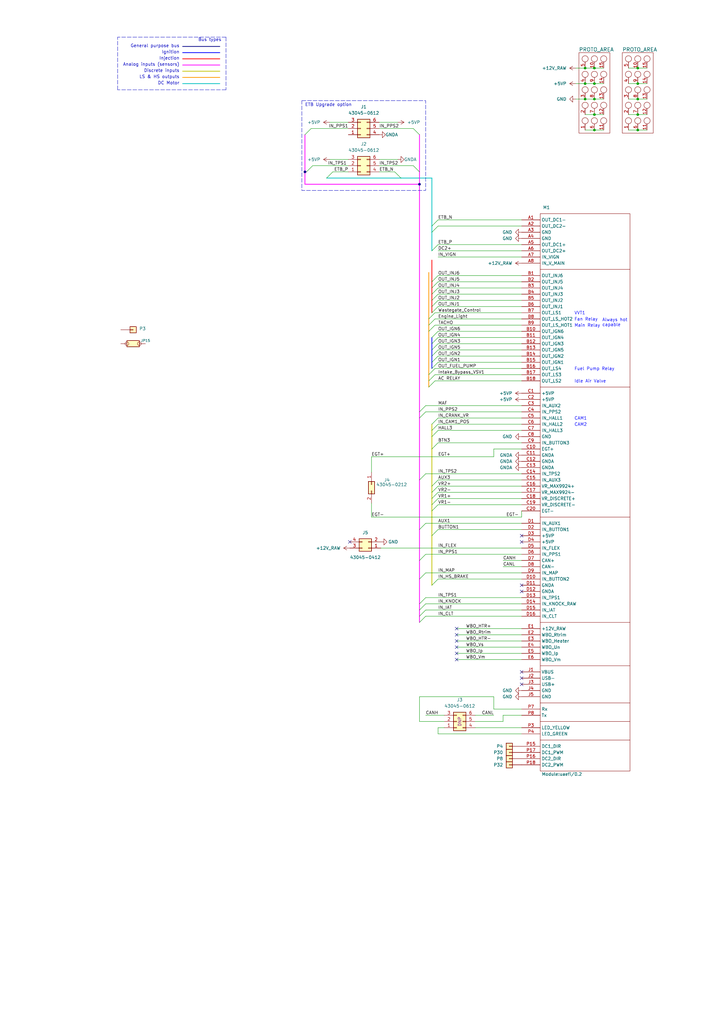
<source format=kicad_sch>
(kicad_sch (version 20230121) (generator eeschema)
  (paper "A3" portrait)
  (title_block (title "uaefi-adapter") (date "2024-03-06") (rev "a") (company "rusEFI"))
  (lib_symbols
    (symbol "Connector_Generic:Conn_02x01" (pin_names (offset 1.016) hide)
      (property "Reference" "J" (at 1.27 2.54 0))
      (property "Value" "Conn_02x01" (at 1.27 -2.54 0))
      (symbol "Conn_02x01_1_1"
        (rectangle (start -1.27 0.127) (end 0 -0.127) (stroke (width 0.1524)))
        (rectangle (start -1.27 1.27) (end 3.81 -1.27) (stroke (width 0.254)) (fill (type background)))
        (rectangle (start 3.81 0.127) (end 2.54 -0.127) (stroke (width 0.1524)))
        (pin passive line (at -5.08 0 0) (length 3.81) (name "Pin_1") (number "1"))
        (pin passive line (at 7.62 0 180) (length 3.81) (name "Pin_2") (number "2"))
      )
    )
    (symbol "Connector_Generic:Conn_02x02_Top_Bottom" (pin_names (offset 1.016) hide)
      (property "Reference" "J" (at 1.27 2.54 0))
      (property "Value" "Conn_02x02_Top_Bottom" (at 1.27 -5.08 0))
      (symbol "Conn_02x02_Top_Bottom_1_1"
        (rectangle (start -1.27 -2.413) (end 0 -2.667) (stroke (width 0.1524)))
        (rectangle (start -1.27 0.127) (end 0 -0.127) (stroke (width 0.1524)))
        (rectangle (start -1.27 1.27) (end 3.81 -3.81) (stroke (width 0.254)) (fill (type background)))
        (rectangle (start 3.81 -2.413) (end 2.54 -2.667) (stroke (width 0.1524)))
        (rectangle (start 3.81 0.127) (end 2.54 -0.127) (stroke (width 0.1524)))
        (pin passive line (at -5.08 0 0) (length 3.81) (name "Pin_1") (number "1"))
        (pin passive line (at -5.08 -2.54 0) (length 3.81) (name "Pin_2") (number "2"))
        (pin passive line (at 7.62 0 180) (length 3.81) (name "Pin_3") (number "3"))
        (pin passive line (at 7.62 -2.54 180) (length 3.81) (name "Pin_4") (number "4"))
      )
    )
    (symbol "Connector_Generic:Conn_02x03_Top_Bottom" (pin_names (offset 1.016) hide)
      (property "Reference" "J" (at 1.27 5.08 0))
      (property "Value" "Conn_02x03_Top_Bottom" (at 1.27 -5.08 0))
      (symbol "Conn_02x03_Top_Bottom_1_1"
        (rectangle (start -1.27 -2.413) (end 0 -2.667) (stroke (width 0.1524)))
        (rectangle (start -1.27 0.127) (end 0 -0.127) (stroke (width 0.1524)))
        (rectangle (start -1.27 2.667) (end 0 2.413) (stroke (width 0.1524)))
        (rectangle (start -1.27 3.81) (end 3.81 -3.81) (stroke (width 0.254)) (fill (type background)))
        (rectangle (start 3.81 -2.413) (end 2.54 -2.667) (stroke (width 0.1524)))
        (rectangle (start 3.81 0.127) (end 2.54 -0.127) (stroke (width 0.1524)))
        (rectangle (start 3.81 2.667) (end 2.54 2.413) (stroke (width 0.1524)))
        (pin passive line (at -5.08 2.54 0) (length 3.81) (name "Pin_1") (number "1"))
        (pin passive line (at -5.08 0 0) (length 3.81) (name "Pin_2") (number "2"))
        (pin passive line (at -5.08 -2.54 0) (length 3.81) (name "Pin_3") (number "3"))
        (pin passive line (at 7.62 2.54 180) (length 3.81) (name "Pin_4") (number "4"))
        (pin passive line (at 7.62 0 180) (length 3.81) (name "Pin_5") (number "5"))
        (pin passive line (at 7.62 -2.54 180) (length 3.81) (name "Pin_6") (number "6"))
      )
    )
    (symbol "hellen-one-uaefi-0.2:Module-uaefi-0.2"
      (property "Reference" "M" (at 10.16 5.08 0))
      (property "Value" "Module:uaefi/0.2" (at 16.51 -227.33 0))
      (symbol "Module-uaefi-0.2_0_1"
        (polyline (pts (xy 7.62 -213.36) (xy 44.45 -213.36)))
        (polyline (pts (xy 7.62 -205.74) (xy 44.45 -205.74)))
        (polyline (pts (xy 7.62 -198.12) (xy 44.45 -198.12)))
        (polyline (pts (xy 7.62 -182.88) (xy 44.45 -182.88)))
        (polyline (pts (xy 7.62 -165.1) (xy 44.45 -165.1)))
        (polyline (pts (xy 7.62 -121.92) (xy 44.45 -121.92)))
        (polyline (pts (xy 7.62 -68.58) (xy 44.45 -68.58)))
        (polyline (pts (xy 7.62 -20.32) (xy 44.45 -20.32)))
        (rectangle (start 7.62 2.54) (end 44.45 -226.06))
      )
      (symbol "Module-uaefi-0.2_1_0"
        (pin passive line (at 0 -106.68 0) (length 7.62) (name "IN_AUX3") (number "C15"))
        (pin passive line (at 0 -109.22 0) (length 7.62) (name "VR_MAX9924+") (number "C16"))
        (pin passive line (at 0 -111.76 0) (length 7.62) (name "VR_MAX9924-") (number "C17"))
        (pin passive line (at 0 -114.3 0) (length 7.62) (name "VR_DISCRETE+") (number "C18"))
        (pin passive line (at 0 -116.84 0) (length 7.62) (name "VR_DISCRETE-") (number "C19"))
        (pin passive line (at 0 -119.38 0) (length 7.62) (name "EGT-") (number "C20"))
        (pin passive line (at 0 -124.46 0) (length 7.62) (name "IN_AUX1") (number "D1"))
        (pin passive line (at 0 -147.32 0) (length 7.62) (name "IN_BUTTON2") (number "D10"))
        (pin passive line (at 0 -149.86 0) (length 7.62) (name "GNDA") (number "D11"))
        (pin passive line (at 0 -152.4 0) (length 7.62) (name "GNDA") (number "D12"))
        (pin passive line (at 0 -154.94 0) (length 7.62) (name "IN_TPS1") (number "D13"))
        (pin passive line (at 0 -157.48 0) (length 7.62) (name "IN_KNOCK_RAW") (number "D14"))
        (pin passive line (at 0 -160.02 0) (length 7.62) (name "IN_IAT") (number "D15"))
        (pin passive line (at 0 -162.56 0) (length 7.62) (name "IN_CLT") (number "D16"))
        (pin passive line (at 0 -127 0) (length 7.62) (name "IN_BUTTON1") (number "D2"))
        (pin passive line (at 0 -129.54 0) (length 7.62) (name "+5VP") (number "D3"))
        (pin passive line (at 0 -132.08 0) (length 7.62) (name "+5VP") (number "D4"))
        (pin passive line (at 0 -134.62 0) (length 7.62) (name "IN_FLEX") (number "D5"))
        (pin passive line (at 0 -137.16 0) (length 7.62) (name "IN_PPS1") (number "D6"))
        (pin passive line (at 0 -139.7 0) (length 7.62) (name "CAN+") (number "D7"))
        (pin passive line (at 0 -142.24 0) (length 7.62) (name "CAN-") (number "D8"))
        (pin passive line (at 0 -144.78 0) (length 7.62) (name "IN_MAP") (number "D9"))
        (pin passive line (at 0 -167.64 0) (length 7.62) (name "+12V_RAW") (number "E1"))
        (pin passive line (at 0 -170.18 0) (length 7.62) (name "WBO_Rtrim") (number "E2"))
        (pin passive line (at 0 -172.72 0) (length 7.62) (name "WBO_Heater") (number "E3"))
        (pin passive line (at 0 -175.26 0) (length 7.62) (name "WBO_Un") (number "E4"))
        (pin passive line (at 0 -177.8 0) (length 7.62) (name "WBO_Ip") (number "E5"))
        (pin passive line (at 0 -180.34 0) (length 7.62) (name "WBO_Vm") (number "E6"))
        (pin passive line (at 0 -185.42 0) (length 7.62) (name "VBUS") (number "J1"))
        (pin passive line (at 0 -187.96 0) (length 7.62) (name "USB-") (number "J2"))
        (pin passive line (at 0 -190.5 0) (length 7.62) (name "USB+") (number "J3"))
        (pin passive line (at 0 -193.04 0) (length 7.62) (name "GND") (number "J4"))
        (pin passive line (at 0 -195.58 0) (length 7.62) (name "GND") (number "J5"))
        (pin passive line (at 0 -215.9 0) (length 7.62) (name "DC1_DIR") (number "P15"))
        (pin passive line (at 0 -220.98 0) (length 7.62) (name "DC2_DIR") (number "P16"))
        (pin passive line (at 0 -218.44 0) (length 7.62) (name "DC1_PWM") (number "P17"))
        (pin passive line (at 0 -223.52 0) (length 7.62) (name "DC2_PWM") (number "P18"))
        (pin passive line (at 0 -208.28 0) (length 7.62) (name "LED_YELLOW") (number "P3"))
        (pin passive line (at 0 -210.82 0) (length 7.62) (name "LED_GREEN") (number "P4"))
        (pin passive line (at 0 -200.66 0) (length 7.62) (name "Rx") (number "P7"))
        (pin passive line (at 0 -203.2 0) (length 7.62) (name "Tx") (number "P8"))
      )
      (symbol "Module-uaefi-0.2_1_1"
        (text "Always hot\ncapable" (at 33.02 -41.91 0) (effects (font (size 1.27 1.27)) (justify left)))
        (text "CAM1" (at 21.59 -81.28 0) (effects (font (size 1.27 1.27)) (justify left)))
        (text "CAM2" (at 21.59 -83.82 0) (effects (font (size 1.27 1.27)) (justify left)))
        (text "Fan Relay" (at 21.59 -40.64 0) (effects (font (size 1.27 1.27)) (justify left)))
        (text "Fuel Pump Relay" (at 21.59 -60.96 0) (effects (font (size 1.27 1.27)) (justify left)))
        (text "Idle Air Valve" (at 21.59 -66.04 0) (effects (font (size 1.27 1.27)) (justify left)))
        (text "Main Relay" (at 21.59 -43.18 0) (effects (font (size 1.27 1.27)) (justify left)))
        (text "VVT1" (at 21.59 -38.1 0) (effects (font (size 1.27 1.27)) (justify left)))
        (pin passive line (at 0 0 0) (length 7.62) (name "OUT_DC1-") (number "A1"))
        (pin passive line (at 0 -2.54 0) (length 7.62) (name "OUT_DC2-") (number "A2"))
        (pin passive line (at 0 -5.08 0) (length 7.62) (name "GND") (number "A3"))
        (pin passive line (at 0 -7.62 0) (length 7.62) (name "GND") (number "A4"))
        (pin passive line (at 0 -10.16 0) (length 7.62) (name "OUT_DC1+") (number "A5"))
        (pin passive line (at 0 -12.7 0) (length 7.62) (name "OUT_DC2+") (number "A6"))
        (pin passive line (at 0 -15.24 0) (length 7.62) (name "IN_VIGN") (number "A7"))
        (pin passive line (at 0 -17.78 0) (length 7.62) (name "IN_V_MAIN") (number "A8"))
        (pin passive line (at 0 -22.86 0) (length 7.62) (name "OUT_INJ6") (number "B1"))
        (pin passive line (at 0 -45.72 0) (length 7.62) (name "OUT_IGN6") (number "B10"))
        (pin passive line (at 0 -48.26 0) (length 7.62) (name "OUT_IGN4") (number "B11"))
        (pin passive line (at 0 -50.8 0) (length 7.62) (name "OUT_IGN3") (number "B12"))
        (pin passive line (at 0 -53.34 0) (length 7.62) (name "OUT_IGN5") (number "B13"))
        (pin passive line (at 0 -55.88 0) (length 7.62) (name "OUT_IGN2") (number "B14"))
        (pin passive line (at 0 -58.42 0) (length 7.62) (name "OUT_IGN1") (number "B15"))
        (pin passive line (at 0 -60.96 0) (length 7.62) (name "OUT_LS4") (number "B16"))
        (pin passive line (at 0 -63.5 0) (length 7.62) (name "OUT_LS3") (number "B17"))
        (pin passive line (at 0 -66.04 0) (length 7.62) (name "OUT_LS2") (number "B18"))
        (pin passive line (at 0 -25.4 0) (length 7.62) (name "OUT_INJ5") (number "B2"))
        (pin passive line (at 0 -27.94 0) (length 7.62) (name "OUT_INJ4") (number "B3"))
        (pin passive line (at 0 -30.48 0) (length 7.62) (name "OUT_INJ3") (number "B4"))
        (pin passive line (at 0 -33.02 0) (length 7.62) (name "OUT_INJ2") (number "B5"))
        (pin passive line (at 0 -35.56 0) (length 7.62) (name "OUT_INJ1") (number "B6"))
        (pin passive line (at 0 -38.1 0) (length 7.62) (name "OUT_LS1") (number "B7"))
        (pin passive line (at 0 -40.64 0) (length 7.62) (name "OUT_LS_HOT2") (number "B8"))
        (pin passive line (at 0 -43.18 0) (length 7.62) (name "OUT_LS_HOT1") (number "B9"))
        (pin passive line (at 0 -71.12 0) (length 7.62) (name "+5VP") (number "C1"))
        (pin passive line (at 0 -93.98 0) (length 7.62) (name "EGT+") (number "C10"))
        (pin passive line (at 0 -96.52 0) (length 7.62) (name "GNDA") (number "C11"))
        (pin passive line (at 0 -99.06 0) (length 7.62) (name "GNDA") (number "C12"))
        (pin passive line (at 0 -101.6 0) (length 7.62) (name "GNDA") (number "C13"))
        (pin passive line (at 0 -104.14 0) (length 7.62) (name "IN_TPS2") (number "C14"))
        (pin passive line (at 0 -73.66 0) (length 7.62) (name "+5VP") (number "C2"))
        (pin passive line (at 0 -76.2 0) (length 7.62) (name "IN_AUX2") (number "C3"))
        (pin passive line (at 0 -78.74 0) (length 7.62) (name "IN_PPS2") (number "C4"))
        (pin passive line (at 0 -81.28 0) (length 7.62) (name "IN_HALL1") (number "C5"))
        (pin passive line (at 0 -83.82 0) (length 7.62) (name "IN_HALL2") (number "C6"))
        (pin passive line (at 0 -86.36 0) (length 7.62) (name "IN_HALL3") (number "C7"))
        (pin passive line (at 0 -88.9 0) (length 7.62) (name "GND") (number "C8"))
        (pin passive line (at 0 -91.44 0) (length 7.62) (name "IN_BUTTON3") (number "C9"))
      )
    )
    (symbol "misc:+12V_RAW" (power) (pin_names (offset 0))
      (property "Value" "+12V_RAW" (at 0 3.556 0))
      (symbol "+12V_RAW_0_1"
        (polyline (pts (xy -0.762 1.27) (xy 0 2.54)))
        (polyline (pts (xy 0 0) (xy 0 2.54)))
        (polyline (pts (xy 0 2.54) (xy 0.762 1.27)))
      )
      (symbol "+12V_RAW_1_1"
        (pin power_in line (at 0 0 90) (length 0) hide (name "+12V_RAW") (number "1"))
      )
    )
    (symbol "misc:Jumper-Pad-Pad" (pin_numbers hide) (pin_names (offset 0.762) hide)
      (property "Reference" "R" (at 0 2.54 0))
      (symbol "Jumper-Pad-Pad_0_1"
        (circle (center -2.54 0) (radius 0.762))
        (circle (center 2.54 0) (radius 0.762))
        (pin passive line (at -5.08 0 0) (length 2.54) (name "1") (number "1"))
        (pin passive line (at 5.08 0 180) (length 2.54) (name "2") (number "2"))
      )
      (symbol "Jumper-Pad-Pad_1_0"
        (rectangle (start -2.54 -1.27) (end 2.54 1.27) (stroke (width 0.254)) (fill (type background)))
      )
    )
    (symbol "misc:PROTO_AREA" (pin_names (offset 1.016))
      (property "Value" "PROTO_AREA" (at 25.4 3.81 0))
      (symbol "PROTO_AREA_0_0"
        (text "" (at 35.56 6.35 0) (effects (font (size 1.27 1.27))))
      )
      (symbol "PROTO_AREA_0_1"
        (rectangle (start 0 2.54) (end 33.02 -10.16) (stroke (width 0.1524)))
        (circle (center 5.08 -7.62) (radius 1.27) (stroke (width 0.1524)))
        (circle (center 5.08 -3.81) (radius 1.27) (stroke (width 0.1524)))
        (circle (center 5.08 0) (radius 1.27) (stroke (width 0.1524)))
        (circle (center 11.43 -7.62) (radius 1.27) (stroke (width 0.1524)))
        (circle (center 11.43 -3.81) (radius 1.27) (stroke (width 0.1524)))
        (circle (center 11.43 0) (radius 1.27) (stroke (width 0.1524)))
        (circle (center 17.78 -7.62) (radius 1.27) (stroke (width 0.1524)))
        (circle (center 17.78 -3.81) (radius 1.27) (stroke (width 0.1524)))
        (circle (center 17.78 0) (radius 1.27) (stroke (width 0.1524)))
        (circle (center 24.13 -7.62) (radius 1.27) (stroke (width 0.1524)))
        (circle (center 24.13 -3.81) (radius 1.27) (stroke (width 0.1524)))
        (circle (center 24.13 0) (radius 1.27) (stroke (width 0.1524)))
        (circle (center 30.48 -7.62) (radius 1.27) (stroke (width 0.1524)))
        (circle (center 30.48 -3.81) (radius 1.27) (stroke (width 0.1524)))
        (circle (center 30.48 0) (radius 1.27) (stroke (width 0.1524)))
      )
      (symbol "PROTO_AREA_1_1"
        (pin passive line (at 1.27 0 0) (length 2.54) (name "") (number "1"))
        (pin passive line (at 26.67 -3.81 0) (length 2.54) (name "") (number "10"))
        (pin passive line (at 1.27 -7.62 0) (length 2.54) (name "") (number "11"))
        (pin passive line (at 7.62 -7.62 0) (length 2.54) (name "") (number "12"))
        (pin passive line (at 13.97 -7.62 0) (length 2.54) (name "") (number "13"))
        (pin passive line (at 20.32 -7.62 0) (length 2.54) (name "") (number "14"))
        (pin passive line (at 26.67 -7.62 0) (length 2.54) (name "") (number "15"))
        (pin passive line (at 7.62 0 0) (length 2.54) (name "") (number "2"))
        (pin passive line (at 13.97 0 0) (length 2.54) (name "") (number "3"))
        (pin passive line (at 20.32 0 0) (length 2.54) (name "") (number "4"))
        (pin passive line (at 26.67 0 0) (length 2.54) (name "") (number "5"))
        (pin passive line (at 1.27 -3.81 0) (length 2.54) (name "") (number "6"))
        (pin passive line (at 7.62 -3.81 0) (length 2.54) (name "") (number "7"))
        (pin passive line (at 13.97 -3.81 0) (length 2.54) (name "") (number "8"))
        (pin passive line (at 20.32 -3.81 0) (length 2.54) (name "") (number "9"))
      )
    )
    (symbol "misc:Pad" (pin_numbers hide) (pin_names (offset 1.016) hide)
      (property "Reference" "P" (at 2.54 0 0))
      (symbol "Pad_1_1"
        (rectangle (start -1.27 0.127) (end 0 -0.127) (stroke (width 0.1524)))
        (rectangle (start -1.27 1.27) (end 1.27 -1.27) (stroke (width 0.254)) (fill (type background)))
        (pin passive line (at -5.08 0 0) (length 3.81) (name "Pin_1") (number "1"))
      )
    )
    (symbol "power:+5VP" (power) (pin_names (offset 0))
      (property "Value" "+5VP" (at 0 3.556 0))
      (symbol "+5VP_0_1"
        (polyline (pts (xy -0.762 1.27) (xy 0 2.54)))
        (polyline (pts (xy 0 0) (xy 0 2.54)))
        (polyline (pts (xy 0 2.54) (xy 0.762 1.27)))
      )
      (symbol "+5VP_1_1"
        (pin power_in line (at 0 0 90) (length 0) hide (name "+5VP") (number "1"))
      )
    )
    (symbol "power:GND" (power) (pin_names (offset 0))
      (property "Value" "GND" (at 0 -3.81 0))
      (symbol "GND_0_1"
        (polyline (pts (xy 0 0) (xy 0 -1.27) (xy 1.27 -1.27) (xy 0 -2.54) (xy -1.27 -1.27) (xy 0 -1.27)))
      )
      (symbol "GND_1_1"
        (pin power_in line (at 0 0 270) (length 0) hide (name "GND") (number "1"))
      )
    )
    (symbol "power:GNDA" (power) (pin_names (offset 0))
      (property "Value" "GNDA" (at 0 -3.81 0))
      (symbol "GNDA_0_1"
        (polyline (pts (xy 0 0) (xy 0 -1.27) (xy 1.27 -1.27) (xy 0 -2.54) (xy -1.27 -1.27) (xy 0 -1.27)))
      )
      (symbol "GNDA_1_1"
        (pin power_in line (at 0 0 270) (length 0) hide (name "GNDA") (number "1"))
      )
    )
  )
  (junction (at 243.84 53.34))
  (junction (at 243.84 46.99))
  (junction (at 261.62 40.64))
  (junction (at 243.84 27.94))
  (junction (at 243.84 40.64))
  (junction (at 240.03 40.64))
  (junction (at 240.03 34.29))
  (junction (at 261.62 53.34))
  (junction (at 125.095 70.485))
  (junction (at 261.62 34.29))
  (junction (at 172.085 75.565))
  (junction (at 261.62 27.94))
  (junction (at 261.62 46.99))
  (junction (at 243.84 34.29))
  (junction (at 240.03 27.94))
  (no_connect (at 213.995 278.13))
  (no_connect (at 187.325 265.43))
  (no_connect (at 213.995 275.59))
  (no_connect (at 187.325 270.51))
  (no_connect (at 187.325 267.97))
  (no_connect (at 187.325 260.35))
  (no_connect (at 213.995 242.57))
  (no_connect (at 143.51 222.25))
  (no_connect (at 213.995 280.67))
  (no_connect (at 213.995 240.03))
  (no_connect (at 187.325 262.89))
  (no_connect (at 213.995 219.71))
  (no_connect (at 213.995 222.25))
  (no_connect (at 187.325 257.81))
  (bus_entry (at 179.705 201.93) (size -2.54 2.54))
  (bus_entry (at 169.545 67.945) (size 2.54 2.54))
  (bus_entry (at 174.625 252.73) (size -2.54 2.54))
  (bus_entry (at 179.705 148.59) (size -2.54 2.54))
  (bus_entry (at 178.435 151.13) (size -2.54 2.54))
  (bus_entry (at 179.705 123.19) (size -2.54 2.54))
  (bus_entry (at 179.705 237.49) (size -2.54 2.54))
  (bus_entry (at 179.705 176.53) (size -2.54 2.54))
  (bus_entry (at 128.27 67.945) (size -2.54 2.54))
  (bus_entry (at 179.705 140.97) (size -2.54 2.54))
  (bus_entry (at 179.705 115.57) (size -2.54 2.54))
  (bus_entry (at 179.705 204.47) (size -2.54 2.54))
  (bus_entry (at 179.705 181.61) (size -2.54 2.54))
  (bus_entry (at 161.925 70.485) (size 2.54 2.54))
  (bus_entry (at 174.625 250.19) (size -2.54 2.54))
  (bus_entry (at 179.705 146.05) (size -2.54 2.54))
  (bus_entry (at 179.705 138.43) (size -2.54 2.54))
  (bus_entry (at 178.435 156.21) (size -2.54 2.54))
  (bus_entry (at 179.705 100.33) (size -2.54 2.54))
  (bus_entry (at 136.525 70.485) (size -2.54 2.54))
  (bus_entry (at 179.705 120.65) (size -2.54 2.54))
  (bus_entry (at 179.705 118.11) (size -2.54 2.54))
  (bus_entry (at 179.705 199.39) (size -2.54 2.54))
  (bus_entry (at 169.545 52.705) (size 2.54 2.54))
  (bus_entry (at 179.705 196.85) (size -2.54 2.54))
  (bus_entry (at 127.635 52.705) (size -2.54 2.54))
  (bus_entry (at 174.625 194.31) (size -2.54 2.54))
  (bus_entry (at 174.625 245.11) (size -2.54 2.54))
  (bus_entry (at 174.625 247.65) (size -2.54 2.54))
  (bus_entry (at 179.705 217.17) (size -2.54 2.54))
  (bus_entry (at 178.435 128.27) (size -2.54 2.54))
  (bus_entry (at 179.705 125.73) (size -2.54 2.54))
  (bus_entry (at 174.625 168.91) (size -2.54 2.54))
  (bus_entry (at 179.705 207.01) (size -2.54 2.54))
  (bus_entry (at 174.625 166.37) (size -2.54 2.54))
  (bus_entry (at 179.705 90.17) (size -2.54 2.54))
  (bus_entry (at 174.625 234.95) (size -2.54 2.54))
  (bus_entry (at 174.625 214.63) (size -2.54 2.54))
  (bus_entry (at 178.435 153.67) (size -2.54 2.54))
  (bus_entry (at 179.705 113.03) (size -2.54 2.54))
  (bus_entry (at 179.705 135.89) (size -2.54 2.54))
  (bus_entry (at 179.705 92.71) (size -2.54 2.54))
  (bus_entry (at 178.435 130.81) (size -2.54 2.54))
  (bus_entry (at 178.435 133.35) (size -2.54 2.54))
  (bus_entry (at 179.705 173.99) (size -2.54 2.54))
  (bus_entry (at 179.705 143.51) (size -2.54 2.54))
  (bus_entry (at 174.625 227.33) (size -2.54 2.54))
  (bus_entry (at 179.705 171.45) (size -2.54 2.54))
  (bus (pts (xy 172.085 237.49) (xy 172.085 247.65)) (stroke (width 0) (color 255 0 255 1)))
  (wire (pts (xy 179.705 92.71) (xy 213.995 92.71)))
  (wire (pts (xy 206.375 229.87) (xy 213.995 229.87)))
  (bus (pts (xy 177.165 199.39) (xy 177.165 201.93)) (stroke (width 0) (color 194 194 0 1)))
  (wire (pts (xy 257.81 27.94) (xy 261.62 27.94)))
  (bus (pts (xy 177.165 123.19) (xy 177.165 120.65)) (stroke (width 0) (color 255 0 0 1)))
  (wire (pts (xy 174.625 194.31) (xy 213.995 194.31)))
  (wire (pts (xy 142.875 70.485) (xy 136.525 70.485)))
  (wire (pts (xy 155.575 67.945) (xy 169.545 67.945)))
  (wire (pts (xy 179.705 100.33) (xy 213.995 100.33)))
  (wire (pts (xy 179.705 207.01) (xy 213.995 207.01)))
  (wire (pts (xy 243.84 27.94) (xy 247.65 27.94)))
  (wire (pts (xy 206.375 295.91) (xy 206.375 293.37)))
  (wire (pts (xy 240.03 27.94) (xy 243.84 27.94)))
  (bus (pts (xy 125.095 75.565) (xy 125.095 70.485)) (stroke (width 0) (color 255 0 255 1)))
  (wire (pts (xy 236.22 34.29) (xy 240.03 34.29)))
  (wire (pts (xy 179.705 176.53) (xy 213.995 176.53)))
  (bus (pts (xy 177.165 120.65) (xy 177.165 118.11)) (stroke (width 0) (color 255 0 0 1)))
  (wire (pts (xy 236.22 27.94) (xy 240.03 27.94)))
  (bus (pts (xy 175.895 153.67) (xy 175.895 156.21)) (stroke (width 0) (color 255 153 0 1)))
  (bus (pts (xy 125.095 75.565) (xy 172.085 75.565)) (stroke (width 0) (color 255 0 255 1)))
  (wire (pts (xy 257.81 53.34) (xy 261.62 53.34)))
  (wire (pts (xy 179.705 171.45) (xy 213.995 171.45)))
  (bus (pts (xy 177.165 173.99) (xy 177.165 176.53)) (stroke (width 0) (color 194 194 0 1)))
  (wire (pts (xy 243.84 53.34) (xy 247.65 53.34)))
  (wire (pts (xy 187.325 265.43) (xy 213.995 265.43)))
  (bus (pts (xy 177.165 179.07) (xy 177.165 184.15)) (stroke (width 0) (color 194 194 0 1)))
  (bus (pts (xy 177.165 204.47) (xy 177.165 207.01)) (stroke (width 0) (color 194 194 0 1)))
  (wire (pts (xy 156.21 224.79) (xy 213.995 224.79)))
  (wire (pts (xy 178.435 130.81) (xy 213.995 130.81)))
  (wire (pts (xy 202.565 187.325) (xy 202.565 184.15)))
  (wire (pts (xy 152.4 212.09) (xy 152.4 206.375)))
  (wire (pts (xy 179.705 204.47) (xy 213.995 204.47)))
  (wire (pts (xy 179.705 140.97) (xy 213.995 140.97)))
  (wire (pts (xy 179.705 146.05) (xy 213.995 146.05)))
  (wire (pts (xy 174.625 168.91) (xy 213.995 168.91)))
  (bus (pts (xy 177.165 140.97) (xy 177.165 143.51)) (stroke (width 0) (color 0 0 255 1)))
  (wire (pts (xy 174.625 166.37) (xy 213.995 166.37)))
  (wire (pts (xy 179.705 90.17) (xy 213.995 90.17)))
  (wire (pts (xy 240.03 34.29) (xy 243.84 34.29)))
  (wire (pts (xy 179.705 196.85) (xy 213.995 196.85)))
  (bus (pts (xy 177.165 118.11) (xy 177.165 115.57)) (stroke (width 0) (color 255 0 0 1)))
  (bus (pts (xy 172.085 250.19) (xy 172.085 252.73)) (stroke (width 0) (color 255 0 255 1)))
  (wire (pts (xy 178.435 128.27) (xy 213.995 128.27)))
  (wire (pts (xy 179.705 102.87) (xy 213.995 102.87)))
  (bus (pts (xy 177.165 128.27) (xy 177.165 125.73)) (stroke (width 0) (color 255 0 0 1)))
  (wire (pts (xy 178.435 153.67) (xy 213.995 153.67)))
  (wire (pts (xy 257.81 34.29) (xy 261.62 34.29)))
  (wire (pts (xy 213.995 300.99) (xy 179.705 300.99)))
  (bus (pts (xy 172.085 75.565) (xy 172.085 168.91)) (stroke (width 0) (color 255 0 255 1)))
  (wire (pts (xy 202.565 184.15) (xy 213.995 184.15)))
  (bus (pts (xy 172.085 171.45) (xy 172.085 196.85)) (stroke (width 0) (color 255 0 255 1)))
  (bus (pts (xy 177.165 209.55) (xy 177.165 219.71)) (stroke (width 0) (color 194 194 0 1)))
  (wire (pts (xy 172.085 295.91) (xy 182.245 295.91)))
  (wire (pts (xy 174.625 247.65) (xy 213.995 247.65)))
  (wire (pts (xy 240.03 46.99) (xy 243.84 46.99)))
  (wire (pts (xy 179.705 113.03) (xy 213.995 113.03)))
  (wire (pts (xy 163.195 50.165) (xy 155.575 50.165)))
  (bus (pts (xy 175.895 156.21) (xy 175.895 158.75)) (stroke (width 0) (color 255 153 0 1)))
  (wire (pts (xy 178.435 133.35) (xy 213.995 133.35)))
  (wire (pts (xy 179.705 181.61) (xy 213.995 181.61)))
  (bus (pts (xy 175.895 130.81) (xy 175.895 133.35)) (stroke (width 0) (color 255 153 0 1)))
  (polyline (pts (xy 48.26 36.83) (xy 48.26 15.24)) (stroke (width 0) (type dash)))
  (wire (pts (xy 194.945 298.45) (xy 213.995 298.45)))
  (wire (pts (xy 179.705 138.43) (xy 213.995 138.43)))
  (wire (pts (xy 128.27 67.945) (xy 142.875 67.945)))
  (bus (pts (xy 90.17 29.21) (xy 74.93 29.21)) (stroke (width 0.3048) (color 194 194 0 1)))
  (bus (pts (xy 177.165 176.53) (xy 177.165 179.07)) (stroke (width 0) (color 194 194 0 1)))
  (wire (pts (xy 174.625 293.37) (xy 182.245 293.37)))
  (wire (pts (xy 243.84 46.99) (xy 247.65 46.99)))
  (wire (pts (xy 174.625 250.19) (xy 213.995 250.19)))
  (bus (pts (xy 177.165 73.025) (xy 177.165 92.71)) (stroke (width 0) (color 0 194 194 1)))
  (wire (pts (xy 178.435 151.13) (xy 213.995 151.13)))
  (wire (pts (xy 261.62 53.34) (xy 265.43 53.34)))
  (bus (pts (xy 175.895 111.76) (xy 175.895 130.81)) (stroke (width 0) (color 255 153 0 1)))
  (wire (pts (xy 243.84 40.64) (xy 247.65 40.64)))
  (wire (pts (xy 187.325 267.97) (xy 213.995 267.97)))
  (wire (pts (xy 257.81 40.64) (xy 261.62 40.64)))
  (wire (pts (xy 240.03 40.64) (xy 243.84 40.64)))
  (wire (pts (xy 179.705 125.73) (xy 213.995 125.73)))
  (wire (pts (xy 206.375 232.41) (xy 213.995 232.41)))
  (wire (pts (xy 152.4 212.09) (xy 213.995 212.09)))
  (wire (pts (xy 135.255 65.405) (xy 142.875 65.405)))
  (wire (pts (xy 236.22 40.64) (xy 240.03 40.64)))
  (bus (pts (xy 172.085 168.91) (xy 172.085 171.45)) (stroke (width 0) (color 255 0 255 1)))
  (bus (pts (xy 177.165 115.57) (xy 177.165 106.68)) (stroke (width 0) (color 255 0 0 1)))
  (wire (pts (xy 152.4 187.325) (xy 152.4 193.675)))
  (wire (pts (xy 174.625 252.73) (xy 213.995 252.73)))
  (wire (pts (xy 194.945 295.91) (xy 206.375 295.91)))
  (bus (pts (xy 172.085 247.65) (xy 172.085 250.19)) (stroke (width 0) (color 255 0 255 1)))
  (wire (pts (xy 174.625 227.33) (xy 213.995 227.33)))
  (polyline (pts (xy 92.71 15.24) (xy 48.26 15.24)) (stroke (width 0) (type dash)))
  (bus (pts (xy 175.895 133.35) (xy 175.895 135.89)) (stroke (width 0) (color 255 153 0 1)))
  (bus (pts (xy 177.165 207.01) (xy 177.165 209.55)) (stroke (width 0) (color 194 194 0 1)))
  (wire (pts (xy 179.705 298.45) (xy 182.245 298.45)))
  (wire (pts (xy 213.995 212.09) (xy 213.995 209.55)))
  (bus (pts (xy 172.085 229.87) (xy 172.085 237.49)) (stroke (width 0) (color 255 0 255 1)))
  (wire (pts (xy 155.575 70.485) (xy 161.925 70.485)))
  (bus (pts (xy 177.165 125.73) (xy 177.165 123.19)) (stroke (width 0) (color 255 0 0 1)))
  (wire (pts (xy 257.81 46.99) (xy 261.62 46.99)))
  (bus (pts (xy 90.17 31.75) (xy 74.93 31.75)) (stroke (width 0.3048) (color 255 153 0 1)))
  (wire (pts (xy 135.255 50.165) (xy 142.875 50.165)))
  (polyline (pts (xy 92.71 15.24) (xy 92.71 36.83)) (stroke (width 0) (type dash)))
  (wire (pts (xy 202.565 290.83) (xy 202.565 285.75)))
  (bus (pts (xy 177.165 143.51) (xy 177.165 146.05)) (stroke (width 0) (color 0 0 255 1)))
  (wire (pts (xy 187.325 260.35) (xy 213.995 260.35)))
  (wire (pts (xy 202.565 290.83) (xy 213.995 290.83)))
  (wire (pts (xy 179.705 300.99) (xy 179.705 298.45)))
  (bus (pts (xy 177.165 95.25) (xy 177.165 102.87)) (stroke (width 0) (color 0 194 194 1)))
  (wire (pts (xy 187.325 270.51) (xy 213.995 270.51)))
  (wire (pts (xy 179.705 173.99) (xy 213.995 173.99)))
  (wire (pts (xy 179.705 118.11) (xy 213.995 118.11)))
  (wire (pts (xy 202.565 293.37) (xy 194.945 293.37)))
  (wire (pts (xy 179.705 120.65) (xy 213.995 120.65)))
  (bus (pts (xy 172.085 196.85) (xy 172.085 217.17)) (stroke (width 0) (color 255 0 255 1)))
  (wire (pts (xy 261.62 46.99) (xy 265.43 46.99)))
  (wire (pts (xy 179.705 199.39) (xy 213.995 199.39)))
  (wire (pts (xy 179.705 115.57) (xy 213.995 115.57)))
  (wire (pts (xy 179.705 237.49) (xy 213.995 237.49)))
  (bus (pts (xy 90.17 34.29) (xy 74.93 34.29)) (stroke (width 0.3048) (color 0 194 194 1)))
  (wire (pts (xy 174.625 234.95) (xy 213.995 234.95)))
  (wire (pts (xy 179.705 143.51) (xy 213.995 143.51)))
  (bus (pts (xy 172.085 75.565) (xy 172.085 70.485)) (stroke (width 0) (color 255 0 255 1)))
  (wire (pts (xy 163.195 65.405) (xy 155.575 65.405)))
  (bus (pts (xy 177.165 148.59) (xy 177.165 151.13)) (stroke (width 0) (color 0 0 255 1)))
  (wire (pts (xy 174.625 245.11) (xy 213.995 245.11)))
  (wire (pts (xy 179.705 135.89) (xy 213.995 135.89)))
  (bus (pts (xy 177.165 219.71) (xy 177.165 240.03)) (stroke (width 0) (color 194 194 0 1)))
  (bus (pts (xy 90.17 24.13) (xy 74.93 24.13)) (stroke (width 0.3048) (color 255 0 0 1)))
  (wire (pts (xy 240.03 53.34) (xy 243.84 53.34)))
  (wire (pts (xy 178.435 156.21) (xy 213.995 156.21)))
  (wire (pts (xy 142.875 52.705) (xy 127.635 52.705)))
  (wire (pts (xy 187.325 257.81) (xy 213.995 257.81)))
  (bus (pts (xy 177.165 146.05) (xy 177.165 148.59)) (stroke (width 0) (color 0 0 255 1)))
  (wire (pts (xy 202.565 285.75) (xy 172.085 285.75)))
  (wire (pts (xy 179.705 217.17) (xy 213.995 217.17)))
  (wire (pts (xy 179.705 148.59) (xy 213.995 148.59)))
  (bus (pts (xy 172.085 252.73) (xy 172.085 255.27)) (stroke (width 0) (color 255 0 255 1)))
  (polyline (pts (xy 92.71 36.83) (xy 48.26 36.83)) (stroke (width 0) (type dash)))
  (wire (pts (xy 155.575 52.705) (xy 169.545 52.705)))
  (wire (pts (xy 187.325 262.89) (xy 213.995 262.89)))
  (bus (pts (xy 90.17 21.59) (xy 74.93 21.59)) (stroke (width 0.3048) (color 0 0 255 1)))
  (bus (pts (xy 90.17 19.05) (xy 74.93 19.05)))
  (bus (pts (xy 177.165 184.15) (xy 177.165 199.39)) (stroke (width 0) (color 194 194 0 1)))
  (wire (pts (xy 174.625 214.63) (xy 213.995 214.63)))
  (bus (pts (xy 177.165 92.71) (xy 177.165 95.25)) (stroke (width 0) (color 0 194 194 1)))
  (bus (pts (xy 177.165 138.43) (xy 177.165 140.97)) (stroke (width 0) (color 0 0 255 1)))
  (bus (pts (xy 125.095 70.485) (xy 125.73 70.485)) (stroke (width 0) (color 255 0 255 1)))
  (bus (pts (xy 125.095 55.245) (xy 125.095 70.485)) (stroke (width 0) (color 255 0 255 1)))
  (bus (pts (xy 164.465 73.025) (xy 177.165 73.025)) (stroke (width 0) (color 0 194 194 1)))
  (bus (pts (xy 175.895 135.89) (xy 175.895 153.67)) (stroke (width 0) (color 255 153 0 1)))
  (wire (pts (xy 243.84 34.29) (xy 247.65 34.29)))
  (wire (pts (xy 179.705 105.41) (xy 213.995 105.41)))
  (wire (pts (xy 261.62 40.64) (xy 265.43 40.64)))
  (bus (pts (xy 90.17 26.67) (xy 74.93 26.67)) (stroke (width 0.3048) (color 255 0 255 1)))
  (bus (pts (xy 133.985 73.025) (xy 164.465 73.025)) (stroke (width 0) (color 0 194 194 1)))
  (wire (pts (xy 179.705 123.19) (xy 213.995 123.19)))
  (wire (pts (xy 261.62 34.29) (xy 265.43 34.29)))
  (wire (pts (xy 261.62 27.94) (xy 265.43 27.94)))
  (wire (pts (xy 152.4 187.325) (xy 202.565 187.325)))
  (bus (pts (xy 172.085 55.245) (xy 172.085 70.485)) (stroke (width 0) (color 255 0 255 1)))
  (wire (pts (xy 172.085 285.75) (xy 172.085 295.91)))
  (bus (pts (xy 172.085 217.17) (xy 172.085 229.87)) (stroke (width 0) (color 255 0 255 1)))
  (bus (pts (xy 177.165 201.93) (xy 177.165 204.47)) (stroke (width 0) (color 194 194 0 1)))
  (wire (pts (xy 206.375 293.37) (xy 213.995 293.37)))
  (wire (pts (xy 179.705 201.93) (xy 213.995 201.93)))
  (rectangle (start 123.825 41.275) (end 174.625 78.105) (stroke (width 0) (type dash)))
  (text "DC Motor" (at 73.66 34.925 0) (effects (font (size 1.27 1.27)) (justify right bottom)))
  (text "LS & HS outputs" (at 73.66 32.385 0) (effects (font (size 1.27 1.27)) (justify right bottom)))
  (text "Ignition" (at 73.66 22.225 0) (effects (font (size 1.27 1.27)) (justify right bottom)))
  (text "Bus types" (at 81.28 17.145 0) (effects (font (size 1.27 1.27)) (justify left bottom)))
  (text "General purpose bus" (at 73.66 19.685 0) (effects (font (size 1.27 1.27)) (justify right bottom)))
  (text "ETB Upgrade option" (at 125.095 43.815 0) (effects (font (size 1.27 1.27)) (justify left bottom)))
  (text "Analog inputs (sensors)" (at 73.66 27.305 0) (effects (font (size 1.27 1.27)) (justify right bottom)))
  (text "Injection" (at 73.66 24.765 0) (effects (font (size 1.27 1.27)) (justify right bottom)))
  (text "Discrete inputs" (at 73.66 29.845 0) (effects (font (size 1.27 1.27)) (justify right bottom)))
  (label "Wastegate_Control" (at 179.705 128.27 0))
  (label "IN_MAP" (at 179.705 234.95 0))
  (label "OUT_INJ2" (at 179.705 123.19 0))
  (label "OUT_INJ6" (at 179.705 113.03 0))
  (label "ETB_N" (at 179.705 90.17 0))
  (label "IN_IAT" (at 179.705 250.19 0))
  (label "EGT-" (at 207.645 212.09 0))
  (label "DC2+" (at 179.705 102.87 0))
  (label "OUT_INJ1" (at 179.705 125.73 0))
  (label "IN_CRANK_VR" (at 179.705 171.45 0))
  (label "EGT+" (at 152.4 187.325 0))
  (label "BUTTON1" (at 179.705 217.17 0))
  (label "Intake_Bypass_VSV1" (at 179.705 153.67 0))
  (label "OUT_INJ3" (at 179.705 120.65 0))
  (label "EGT+" (at 179.705 187.325 0))
  (label "IN_VIGN" (at 179.705 105.41 0))
  (label "IN_PPS2" (at 179.705 168.91 0))
  (label "IN_CLT" (at 179.705 252.73 0))
  (label "WBO_Vm" (at 191.135 270.51 0))
  (label "OUT_INJ5" (at 179.705 115.57 0))
  (label "CANH" (at 174.625 293.37 0))
  (label "OUT_IGN1" (at 179.705 148.59 0))
  (label "WBO_Vs" (at 191.135 265.43 0))
  (label "ETB_P" (at 179.705 100.33 0))
  (label "IN_PPS1" (at 179.705 227.33 0))
  (label "BTN3" (at 179.705 181.61 0))
  (label "AUX1" (at 179.705 214.63 0))
  (label "WBO_HTR-" (at 191.135 262.89 0))
  (label "AUX3" (at 179.705 196.85 0))
  (label "OUT_IGN6" (at 179.705 135.89 0))
  (label "CANL" (at 206.375 232.41 0))
  (label "IN_TPS1" (at 179.705 245.11 0))
  (label "IN_HS_BRAKE" (at 179.705 237.49 0))
  (label "OUT_IGN4" (at 179.705 138.43 0))
  (label "IN_PPS2" (at 155.575 52.705 0))
  (label "IN_TPS1" (at 142.24 67.945 180))
  (label "VR2-" (at 179.705 201.93 0))
  (label "ETB_P" (at 142.875 70.485 180))
  (label "IN_PPS1" (at 142.875 52.705 180))
  (label "VR1+" (at 179.705 204.47 0))
  (label "IN_FLEX" (at 179.705 224.79 0))
  (label "VR1-" (at 179.705 207.01 0))
  (label "OUT_FUEL_PUMP" (at 179.705 151.13 0))
  (label "ETB_N" (at 155.575 70.485 0))
  (label "HALL3" (at 179.705 176.53 0))
  (label "OUT_IGN2" (at 179.705 146.05 0))
  (label "WBO_HTR+" (at 191.135 257.81 0))
  (label "MAF" (at 179.705 166.37 0))
  (label "IN_KNOCK" (at 179.705 247.65 0))
  (label "CANH" (at 206.375 229.87 0))
  (label "IN_TPS2" (at 179.705 194.31 0))
  (label "OUT_INJ4" (at 179.705 118.11 0))
  (label "OUT_IGN3" (at 179.705 140.97 0))
  (label "AC RELAY" (at 179.705 156.21 0))
  (label "TACHO" (at 179.705 133.35 0))
  (label "WBO_Ip" (at 191.135 267.97 0))
  (label "VR2+" (at 179.705 199.39 0))
  (label "EGT-" (at 152.4 212.09 0))
  (label "WBO_Rtrim" (at 191.135 260.35 0))
  (label "Engine_Light" (at 179.705 130.81 0))
  (label "IN_CAM1_POS" (at 179.705 173.99 0))
  (label "IN_TPS2" (at 155.575 67.945 0))
  (label "CANL" (at 202.565 293.37 180))
  (label "OUT_IGN5" (at 179.705 143.51 0))
  (symbol (lib_id "power:+5VP") (at 213.995 163.83 90) (unit 1)
    (property "Reference" "#PWR039" (effects hide))
    (property "Value" "+5VP" (at 210.185 163.83 90) (effects (justify left)))
  )
  (symbol (lib_id "power:GNDA") (at 213.995 189.23 270) (unit 1)
    (property "Reference" "#PWR042" (effects hide))
    (property "Value" "GNDA" (at 210.185 189.23 90) (effects (justify right)))
  )
  (symbol (lib_id "misc:Pad") (at 54.61 135.255 0) (unit 1)
    (property "Reference" "P3" (at 57.1212 134.7816 0) (effects (justify left)))
    (property "Value" "Pad" (effects hide))
    (property "Footprint" "kicad6-libraries:PAD-TH" (effects hide))
  )
  (symbol (lib_id "misc:PROTO_AREA") (at 257.81 54.61 90) (unit 1)
    (property "Reference" "G2" (effects hide))
    (property "Value" "PROTO_AREA" (at 255.27 20.32 90) (effects (font (size 1.524 1.524)) (justify right)))
    (property "Footprint" "kicad6-libraries:PROTO_AREA" (effects hide))
  )
  (symbol (lib_id "misc:PROTO_AREA") (at 240.03 54.61 90) (unit 1)
    (property "Reference" "G1" (effects hide))
    (property "Value" "PROTO_AREA" (at 237.49 20.32 90) (effects (font (size 1.524 1.524)) (justify right)))
    (property "Footprint" "kicad6-libraries:PROTO_AREA" (effects hide))
  )
  (symbol (lib_id "Connector_Generic:Conn_02x03_Top_Bottom") (at 147.955 52.705 0) (mirror x) (unit 1)
    (property "Reference" "J1" (at 149.225 43.815 0))
    (property "Value" "43045-0612" (at 149.225 46.355 0))
    (property "Footprint" "Connector_Molex:Molex_Micro-Fit_3.0_43045-0612_2x03_P3.00mm_Vertical" (effects hide))
    (property "LCSC" "C234188" (effects hide))
  )
  (symbol (lib_id "misc:Pad") (at 208.915 311.15 0) (mirror y) (unit 1)
    (property "Reference" "P8" (at 206.375 311.15 0) (effects (justify left)))
    (property "Value" "Pad" (effects hide))
    (property "Footprint" "kicad6-libraries:PAD-TH" (effects hide))
  )
  (symbol (lib_id "misc:Jumper-Pad-Pad") (at 54.61 140.97 0) (unit 1)
    (property "Reference" "JP15" (at 59.69 139.7 0) (effects (font (size 1.016 1.016))))
    (property "Value" "Jumper-Pad-Pad" (effects hide))
    (property "Footprint" "kicad6-libraries:PAD-0805-PAD" (effects hide))
    (property "LCSC" "C17477" (effects hide))
  )
  (symbol (lib_id "misc:+12V_RAW") (at 236.22 27.94 90) (unit 1)
    (property "Reference" "#PWR010" (effects hide))
    (property "Value" "+12V_RAW" (at 232.41 27.94 90) (effects (justify left)))
  )
  (symbol (lib_id "power:GNDA") (at 213.995 191.77 270) (unit 1)
    (property "Reference" "#PWR043" (effects hide))
    (property "Value" "GNDA" (at 210.185 191.77 90) (effects (justify right)))
  )
  (symbol (lib_id "power:GND") (at 213.995 97.79 270) (mirror x) (unit 1)
    (property "Reference" "#PWR035" (effects hide))
    (property "Value" "GND" (at 210.185 97.79 90) (effects (justify right)))
  )
  (symbol (lib_id "power:+5VP") (at 236.22 34.29 90) (unit 1)
    (property "Reference" "#PWR08" (effects hide))
    (property "Value" "+5VP" (at 232.41 34.29 90) (effects (justify left)))
  )
  (symbol (lib_id "misc:+12V_RAW") (at 143.51 224.79 90) (unit 1)
    (property "Reference" "#PWR013" (effects hide))
    (property "Value" "+12V_RAW" (at 139.7 224.79 90) (effects (justify left)))
  )
  (symbol (lib_id "power:GNDA") (at 155.575 55.245 90) (mirror x) (unit 1)
    (property "Reference" "#PWR05" (effects hide))
    (property "Value" "GNDA" (at 158.115 55.245 90) (effects (justify right)))
  )
  (symbol (lib_id "Connector_Generic:Conn_02x02_Top_Bottom") (at 151.13 224.79 180) (unit 1)
    (property "Reference" "J5" (at 149.86 218.44 0))
    (property "Value" "43045-0412" (at 149.86 228.6 0))
    (property "Footprint" "Connector_Molex:Molex_Micro-Fit_3.0_43045-0412_2x02_P3.00mm_Vertical" (effects hide))
  )
  (symbol (lib_id "power:GNDA") (at 163.195 65.405 90) (mirror x) (unit 1)
    (property "Reference" "#PWR07" (effects hide))
    (property "Value" "GNDA" (at 165.735 65.405 90) (effects (justify right)))
  )
  (symbol (lib_id "Connector_Generic:Conn_02x03_Top_Bottom") (at 187.325 295.91 0) (mirror x) (unit 1)
    (property "Reference" "J3" (at 188.595 287.02 0))
    (property "Value" "43045-0612" (at 188.595 289.56 0))
    (property "Footprint" "Connector_Molex:Molex_Micro-Fit_3.0_43045-0612_2x03_P3.00mm_Vertical" (effects hide))
    (property "MyComment" "DNP" (at 188.595 295.91 90))
  )
  (symbol (lib_id "hellen-one-uaefi-0.2:Module-uaefi-0.2") (at 213.995 90.17 0) (unit 1)
    (property "Reference" "M1" (at 224.155 85.09 0))
    (property "Value" "Module:uaefi/0.2" (at 230.505 317.5 0))
    (property "Footprint" "hellen-one-uaefi-0.2:uaefi" (effects hide))
  )
  (symbol (lib_id "misc:Pad") (at 208.915 313.69 0) (mirror y) (unit 1)
    (property "Reference" "P32" (at 206.375 313.69 0) (effects (justify left)))
    (property "Value" "Pad" (effects hide))
    (property "Footprint" "kicad6-libraries:PAD-TH" (effects hide))
  )
  (symbol (lib_id "power:GND") (at 156.21 222.25 90) (unit 1)
    (property "Reference" "#PWR012" (effects hide))
    (property "Value" "GND" (at 161.29 222.25 90))
  )
  (symbol (lib_id "power:GND") (at 213.995 179.07 270) (mirror x) (unit 1)
    (property "Reference" "#PWR044" (effects hide))
    (property "Value" "GND" (at 210.185 179.07 90) (effects (justify right)))
  )
  (symbol (lib_id "power:GNDA") (at 213.995 186.69 270) (unit 1)
    (property "Reference" "#PWR041" (effects hide))
    (property "Value" "GNDA" (at 210.185 186.69 90) (effects (justify right)))
  )
  (symbol (lib_id "misc:Pad") (at 208.915 308.61 0) (mirror y) (unit 1)
    (property "Reference" "P30" (at 206.375 308.61 0) (effects (justify left)))
    (property "Value" "Pad" (effects hide))
    (property "Footprint" "kicad6-libraries:PAD-TH" (effects hide))
  )
  (symbol (lib_id "power:GND") (at 213.995 283.21 270) (mirror x) (unit 1)
    (property "Reference" "#PWR038" (effects hide))
    (property "Value" "GND" (at 210.185 283.21 90) (effects (justify right)))
  )
  (symbol (lib_id "power:GND") (at 236.22 40.64 270) (unit 1)
    (property "Reference" "#PWR011" (effects hide))
    (property "Value" "GND" (at 232.41 40.64 90) (effects (justify right)))
  )
  (symbol (lib_id "Connector_Generic:Conn_02x03_Top_Bottom") (at 147.955 67.945 0) (mirror x) (unit 1)
    (property "Reference" "J2" (at 149.225 59.055 0))
    (property "Value" "43045-0612" (at 149.225 61.595 0))
    (property "Footprint" "Connector_Molex:Molex_Micro-Fit_3.0_43045-0612_2x03_P3.00mm_Vertical" (effects hide))
    (property "LCSC" "C234188" (effects hide))
  )
  (symbol (lib_id "power:+5VP") (at 135.255 50.165 90) (unit 1)
    (property "Reference" "#PWR02" (effects hide))
    (property "Value" "+5VP" (at 131.445 50.165 90) (effects (justify left)))
  )
  (symbol (lib_id "power:GND") (at 213.995 95.25 270) (mirror x) (unit 1)
    (property "Reference" "#PWR034" (effects hide))
    (property "Value" "GND" (at 210.185 95.25 90) (effects (justify right)))
  )
  (symbol (lib_id "power:+5VP") (at 163.195 50.165 270) (mirror x) (unit 1)
    (property "Reference" "#PWR06" (effects hide))
    (property "Value" "+5VP" (at 167.005 50.165 90) (effects (justify left)))
  )
  (symbol (lib_id "Connector_Generic:Conn_02x01") (at 152.4 198.755 270) (unit 1)
    (property "Reference" "J4" (at 158.75 196.85 90))
    (property "Value" "43045-0212" (at 160.655 198.755 90))
    (property "Footprint" "Connector_Molex:Molex_Micro-Fit_3.0_43045-0212_2x01_P3.00mm_Vertical" (effects hide))
    (property "LCSC" "C293362" (effects hide))
  )
  (symbol (lib_id "power:+5VP") (at 135.255 65.405 90) (unit 1)
    (property "Reference" "#PWR03" (effects hide))
    (property "Value" "+5VP" (at 131.445 65.405 90) (effects (justify left)))
  )
  (symbol (lib_id "misc:+12V_RAW") (at 213.995 107.95 90) (unit 1)
    (property "Reference" "#PWR029" (effects hide))
    (property "Value" "+12V_RAW" (at 210.185 107.95 90) (effects (justify left)))
  )
  (symbol (lib_id "misc:Pad") (at 208.915 306.07 0) (mirror y) (unit 1)
    (property "Reference" "P4" (at 206.375 306.07 0) (effects (justify left)))
    (property "Value" "Pad" (effects hide))
    (property "Footprint" "kicad6-libraries:PAD-TH" (effects hide))
  )
  (symbol (lib_id "power:+5VP") (at 213.995 161.29 90) (unit 1)
    (property "Reference" "#PWR037" (effects hide))
    (property "Value" "+5VP" (at 210.185 161.29 90) (effects (justify left)))
  )
  (symbol (lib_id "power:GND") (at 213.995 285.75 270) (mirror x) (unit 1)
    (property "Reference" "#PWR028" (effects hide))
    (property "Value" "GND" (at 210.185 285.75 90) (effects (justify right)))
  )
)
</source>
